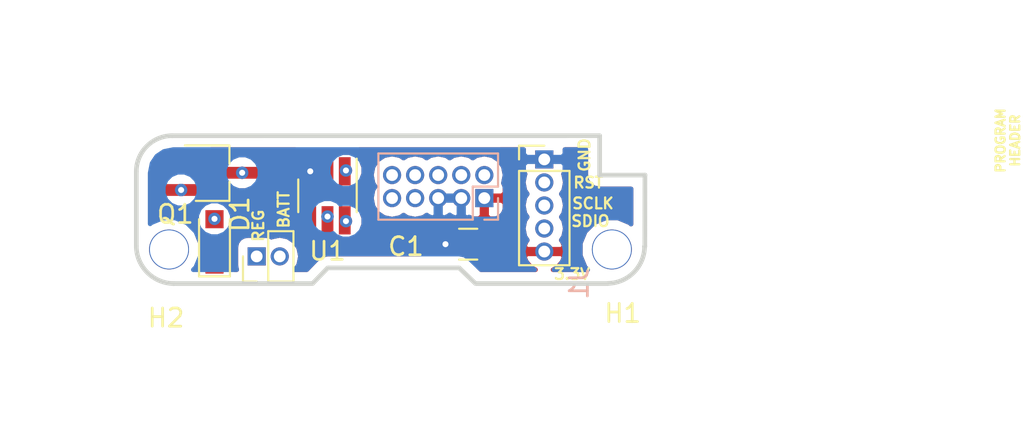
<source format=kicad_pcb>
(kicad_pcb (version 4) (host pcbnew 4.0.5)

  (general
    (links 17)
    (no_connects 0)
    (area 93.815 67.485123 150.214 103.888876)
    (thickness 1.6002)
    (drawings 22)
    (tracks 59)
    (zones 0)
    (modules 9)
    (nets 9)
  )

  (page A4)
  (title_block
    (title "PCBPool Template")
    (date "21 December 2014")
    (rev 0.1)
    (company s-light.eu)
  )

  (layers
    (0 F.Cu signal hide)
    (1 In1.Cu signal)
    (2 In2.Cu signal)
    (31 B.Cu signal)
    (32 B.Adhes user)
    (33 F.Adhes user)
    (34 B.Paste user)
    (35 F.Paste user)
    (36 B.SilkS user)
    (37 F.SilkS user)
    (38 B.Mask user)
    (39 F.Mask user)
    (40 Dwgs.User user)
    (41 Cmts.User user)
    (42 Eco1.User user)
    (43 Eco2.User user)
    (44 Edge.Cuts user)
    (45 Margin user)
    (46 B.CrtYd user)
    (47 F.CrtYd user)
    (48 B.Fab user)
    (49 F.Fab user)
  )

  (setup
    (last_trace_width 0.1524)
    (user_trace_width 0.15)
    (user_trace_width 0.2)
    (user_trace_width 0.254)
    (user_trace_width 0.3)
    (user_trace_width 0.5)
    (user_trace_width 0.75)
    (user_trace_width 1)
    (user_trace_width 2)
    (user_trace_width 0.1524)
    (user_trace_width 0.2)
    (user_trace_width 0.3)
    (user_trace_width 0.4)
    (trace_clearance 0.1524)
    (zone_clearance 0.508)
    (zone_45_only no)
    (trace_min 0.1524)
    (segment_width 0.2)
    (edge_width 0.254)
    (via_size 0.6858)
    (via_drill 0.3302)
    (via_min_size 0.6858)
    (via_min_drill 0.3302)
    (user_via 0.6 0.3)
    (user_via 0.7 0.4)
    (user_via 0.9 0.5)
    (user_via 1 0.6)
    (user_via 1.1 0.7)
    (user_via 1.2 0.8)
    (uvia_size 0.762)
    (uvia_drill 0.508)
    (uvias_allowed no)
    (uvia_min_size 0.508)
    (uvia_min_drill 0.127)
    (pcb_text_width 0.3)
    (pcb_text_size 1.5 1.5)
    (mod_edge_width 0.15)
    (mod_text_size 1 1)
    (mod_text_width 0.15)
    (pad_size 2.2 2.2)
    (pad_drill 2.1)
    (pad_to_mask_clearance 0)
    (solder_mask_min_width 0.1)
    (aux_axis_origin 0 0)
    (grid_origin 50 50)
    (visible_elements 7FFFFFBF)
    (pcbplotparams
      (layerselection 0x010f0_80000007)
      (usegerberextensions true)
      (excludeedgelayer true)
      (linewidth 0.100000)
      (plotframeref false)
      (viasonmask false)
      (mode 1)
      (useauxorigin false)
      (hpglpennumber 1)
      (hpglpenspeed 20)
      (hpglpendiameter 15)
      (hpglpenoverlay 2)
      (psnegative false)
      (psa4output false)
      (plotreference true)
      (plotvalue true)
      (plotinvisibletext false)
      (padsonsilk false)
      (subtractmaskfromsilk false)
      (outputformat 1)
      (mirror false)
      (drillshape 0)
      (scaleselection 1)
      (outputdirectory ""))
  )

  (net 0 "")
  (net 1 RESET)
  (net 2 "(GND)")
  (net 3 "Net-(Q1-Pad2)")
  (net 4 +3V3)
  (net 5 "+3.3V(REGUL)")
  (net 6 SWDIO)
  (net 7 SWDCLK)
  (net 8 "+3.3V(BATT)")

  (net_class Default "This is the default net class."
    (clearance 0.1524)
    (trace_width 0.1524)
    (via_dia 0.6858)
    (via_drill 0.3302)
    (uvia_dia 0.762)
    (uvia_drill 0.508)
    (add_net "(GND)")
    (add_net "+3.3V(BATT)")
    (add_net "+3.3V(REGUL)")
    (add_net +3V3)
    (add_net "Net-(Q1-Pad2)")
    (add_net RESET)
    (add_net SWDCLK)
    (add_net SWDIO)
  )

  (module Pin_Headers:Pin_Header_Straight_1x05_Pitch1.27mm (layer F.Cu) (tedit 59C82F40) (tstamp 59187350)
    (at 123.787 81.5214)
    (descr "Through hole straight pin header, 1x05, 1.27mm pitch, single row")
    (tags "Through hole pin header THT 1x05 1.27mm single row")
    (path /5918759D)
    (fp_text reference J2 (at -6.35 -11.8364) (layer F.SilkS)
      (effects (font (size 1 1) (thickness 0.15)))
    )
    (fp_text value CONN_01X05 (at -7.366 16.3576) (layer F.Fab)
      (effects (font (size 1 1) (thickness 0.15)))
    )
    (fp_line (start -1.27 -0.635) (end -1.27 5.715) (layer F.Fab) (width 0.1))
    (fp_line (start -1.27 5.715) (end 1.27 5.715) (layer F.Fab) (width 0.1))
    (fp_line (start 1.27 5.715) (end 1.27 -0.635) (layer F.Fab) (width 0.1))
    (fp_line (start 1.27 -0.635) (end -1.27 -0.635) (layer F.Fab) (width 0.1))
    (fp_line (start -1.39 0.635) (end -1.39 5.835) (layer F.SilkS) (width 0.12))
    (fp_line (start -1.39 5.835) (end 1.39 5.835) (layer F.SilkS) (width 0.12))
    (fp_line (start 1.39 5.835) (end 1.39 0.635) (layer F.SilkS) (width 0.12))
    (fp_line (start 1.39 0.635) (end -1.39 0.635) (layer F.SilkS) (width 0.12))
    (fp_line (start -1.39 0) (end -1.39 -0.755) (layer F.SilkS) (width 0.12))
    (fp_line (start -1.39 -0.755) (end 0 -0.755) (layer F.SilkS) (width 0.12))
    (fp_line (start -1.6 -0.9) (end -1.6 6) (layer F.CrtYd) (width 0.05))
    (fp_line (start -1.6 6) (end 1.6 6) (layer F.CrtYd) (width 0.05))
    (fp_line (start 1.6 6) (end 1.6 -0.9) (layer F.CrtYd) (width 0.05))
    (fp_line (start 1.6 -0.9) (end -1.6 -0.9) (layer F.CrtYd) (width 0.05))
    (pad 1 thru_hole rect (at 0 0) (size 1 1) (drill 0.65) (layers *.Cu *.Mask)
      (net 2 "(GND)"))
    (pad 2 thru_hole oval (at 0 1.27) (size 1 1) (drill 0.65) (layers *.Cu *.Mask)
      (net 1 RESET))
    (pad 3 thru_hole oval (at 0 2.54) (size 1 1) (drill 0.65) (layers *.Cu *.Mask)
      (net 7 SWDCLK))
    (pad 4 thru_hole oval (at 0 3.81) (size 1 1) (drill 0.65) (layers *.Cu *.Mask)
      (net 6 SWDIO))
    (pad 5 thru_hole oval (at 0 5.08) (size 1 1) (drill 0.65) (layers *.Cu *.Mask)
      (net 4 +3V3))
    (model Pin_Headers.3dshapes/Pin_Header_Straight_1x05_Pitch1.27mm.wrl
      (at (xyz 0 0 0))
      (scale (xyz 1 1 1))
      (rotate (xyz 0 0 0))
    )
  )

  (module Pin_Headers:Pin_Header_Straight_2x05_Pitch1.27mm (layer B.Cu) (tedit 59C6AE65) (tstamp 59187347)
    (at 120.485 83.655 90)
    (descr "Through hole straight pin header, 2x05, 1.27mm pitch, double rows")
    (tags "Through hole pin header THT 2x05 1.27mm double row")
    (path /59186D7D)
    (fp_text reference J1 (at -4.728533 5.2192 90) (layer B.SilkS)
      (effects (font (size 1 1) (thickness 0.15)) (justify mirror))
    )
    (fp_text value CONN_02X05 (at 2.891467 -9.7668 90) (layer B.Fab)
      (effects (font (size 1 1) (thickness 0.15)) (justify mirror))
    )
    (fp_line (start -1.07 0.635) (end -1.07 -5.715) (layer B.Fab) (width 0.1))
    (fp_line (start -1.07 -5.715) (end 2.34 -5.715) (layer B.Fab) (width 0.1))
    (fp_line (start 2.34 -5.715) (end 2.34 0.635) (layer B.Fab) (width 0.1))
    (fp_line (start 2.34 0.635) (end -1.07 0.635) (layer B.Fab) (width 0.1))
    (fp_line (start -1.19 -0.635) (end -1.19 -5.835) (layer B.SilkS) (width 0.12))
    (fp_line (start -1.19 -5.835) (end 2.46 -5.835) (layer B.SilkS) (width 0.12))
    (fp_line (start 2.46 -5.835) (end 2.46 0.755) (layer B.SilkS) (width 0.12))
    (fp_line (start 2.46 0.755) (end 0.635 0.755) (layer B.SilkS) (width 0.12))
    (fp_line (start 0.635 0.755) (end 0.635 -0.635) (layer B.SilkS) (width 0.12))
    (fp_line (start 0.635 -0.635) (end -1.19 -0.635) (layer B.SilkS) (width 0.12))
    (fp_line (start -1.19 0) (end -1.19 0.755) (layer B.SilkS) (width 0.12))
    (fp_line (start -1.19 0.755) (end 0 0.755) (layer B.SilkS) (width 0.12))
    (fp_line (start -1.4 0.9) (end -1.4 -6) (layer B.CrtYd) (width 0.05))
    (fp_line (start -1.4 -6) (end 2.6 -6) (layer B.CrtYd) (width 0.05))
    (fp_line (start 2.6 -6) (end 2.6 0.9) (layer B.CrtYd) (width 0.05))
    (fp_line (start 2.6 0.9) (end -1.4 0.9) (layer B.CrtYd) (width 0.05))
    (pad 1 thru_hole rect (at 0 0 90) (size 1 1) (drill 0.65) (layers *.Cu *.Mask)
      (net 4 +3V3))
    (pad 2 thru_hole oval (at 1.27 0 90) (size 1 1) (drill 0.65) (layers *.Cu *.Mask)
      (net 6 SWDIO))
    (pad 3 thru_hole oval (at 0 -1.27 90) (size 1 1) (drill 0.65) (layers *.Cu *.Mask)
      (net 2 "(GND)"))
    (pad 4 thru_hole oval (at 1.27 -1.27 90) (size 1 1) (drill 0.65) (layers *.Cu *.Mask)
      (net 7 SWDCLK))
    (pad 5 thru_hole oval (at 0 -2.54 90) (size 1 1) (drill 0.65) (layers *.Cu *.Mask)
      (net 2 "(GND)"))
    (pad 6 thru_hole oval (at 1.27 -2.54 90) (size 1 1) (drill 0.65) (layers *.Cu *.Mask))
    (pad 7 thru_hole oval (at 0 -3.81 90) (size 1 1) (drill 0.65) (layers *.Cu *.Mask))
    (pad 8 thru_hole oval (at 1.27 -3.81 90) (size 1 1) (drill 0.65) (layers *.Cu *.Mask))
    (pad 9 thru_hole oval (at 0 -5.08 90) (size 1 1) (drill 0.65) (layers *.Cu *.Mask))
    (pad 10 thru_hole oval (at 1.27 -5.08 90) (size 1 1) (drill 0.65) (layers *.Cu *.Mask)
      (net 1 RESET))
    (model Pin_Headers.3dshapes/Pin_Header_Straight_2x05_Pitch1.27mm.wrl
      (at (xyz 0 0 0))
      (scale (xyz 1 1 1))
      (rotate (xyz 0 0 0))
    )
  )

  (module Capacitors_SMD:C_0805_HandSoldering (layer F.Cu) (tedit 59C83B4D) (tstamp 59C6B933)
    (at 119.596 86.195)
    (descr "Capacitor SMD 0805, hand soldering")
    (tags "capacitor 0805")
    (path /59C6B7D8)
    (attr smd)
    (fp_text reference C1 (at -3.429 0.127) (layer F.SilkS)
      (effects (font (size 1 1) (thickness 0.15)))
    )
    (fp_text value 10uF (at 10.1346 9.8298) (layer F.Fab)
      (effects (font (size 1 1) (thickness 0.15)))
    )
    (fp_text user %R (at 3.429 12.319) (layer F.Fab)
      (effects (font (size 1 1) (thickness 0.15)))
    )
    (fp_line (start -1 0.62) (end -1 -0.62) (layer F.Fab) (width 0.1))
    (fp_line (start 1 0.62) (end -1 0.62) (layer F.Fab) (width 0.1))
    (fp_line (start 1 -0.62) (end 1 0.62) (layer F.Fab) (width 0.1))
    (fp_line (start -1 -0.62) (end 1 -0.62) (layer F.Fab) (width 0.1))
    (fp_line (start 0.5 -0.85) (end -0.5 -0.85) (layer F.SilkS) (width 0.12))
    (fp_line (start -0.5 0.85) (end 0.5 0.85) (layer F.SilkS) (width 0.12))
    (fp_line (start -2.25 -0.88) (end 2.25 -0.88) (layer F.CrtYd) (width 0.05))
    (fp_line (start -2.25 -0.88) (end -2.25 0.87) (layer F.CrtYd) (width 0.05))
    (fp_line (start 2.25 0.87) (end 2.25 -0.88) (layer F.CrtYd) (width 0.05))
    (fp_line (start 2.25 0.87) (end -2.25 0.87) (layer F.CrtYd) (width 0.05))
    (pad 1 smd rect (at -1.25 0) (size 1.5 1.25) (layers F.Cu F.Paste F.Mask)
      (net 2 "(GND)"))
    (pad 2 smd rect (at 1.25 0) (size 1.5 1.25) (layers F.Cu F.Paste F.Mask)
      (net 4 +3V3))
    (model Capacitors_SMD.3dshapes/C_0805.wrl
      (at (xyz 0 0 0))
      (scale (xyz 1 1 1))
      (rotate (xyz 0 0 0))
    )
  )

  (module Diodes_SMD:D_SOD-323_HandSoldering (layer F.Cu) (tedit 5A087F15) (tstamp 59C6B94A)
    (at 105.626 86.068 90)
    (descr SOD-323)
    (tags SOD-323)
    (path /59C6B7DA)
    (attr smd)
    (fp_text reference D1 (at 1.524 1.397 90) (layer F.SilkS)
      (effects (font (size 1 1) (thickness 0.15)))
    )
    (fp_text value ZLLS410 (at -14.478 12.2682 90) (layer F.Fab)
      (effects (font (size 1 1) (thickness 0.15)))
    )
    (fp_line (start -1.9 -0.85) (end -1.9 0.85) (layer F.SilkS) (width 0.12))
    (fp_line (start 0.2 0) (end 0.45 0) (layer F.Fab) (width 0.1))
    (fp_line (start 0.2 0.35) (end -0.3 0) (layer F.Fab) (width 0.1))
    (fp_line (start 0.2 -0.35) (end 0.2 0.35) (layer F.Fab) (width 0.1))
    (fp_line (start -0.3 0) (end 0.2 -0.35) (layer F.Fab) (width 0.1))
    (fp_line (start -0.3 0) (end -0.5 0) (layer F.Fab) (width 0.1))
    (fp_line (start -0.3 -0.35) (end -0.3 0.35) (layer F.Fab) (width 0.1))
    (fp_line (start -0.9 0.7) (end -0.9 -0.7) (layer F.Fab) (width 0.1))
    (fp_line (start 0.9 0.7) (end -0.9 0.7) (layer F.Fab) (width 0.1))
    (fp_line (start 0.9 -0.7) (end 0.9 0.7) (layer F.Fab) (width 0.1))
    (fp_line (start -0.9 -0.7) (end 0.9 -0.7) (layer F.Fab) (width 0.1))
    (fp_line (start -2 -0.95) (end 2 -0.95) (layer F.CrtYd) (width 0.05))
    (fp_line (start 2 -0.95) (end 2 0.95) (layer F.CrtYd) (width 0.05))
    (fp_line (start -2 0.95) (end 2 0.95) (layer F.CrtYd) (width 0.05))
    (fp_line (start -2 -0.95) (end -2 0.95) (layer F.CrtYd) (width 0.05))
    (fp_line (start -1.9 0.85) (end 1.25 0.85) (layer F.SilkS) (width 0.12))
    (fp_line (start -1.9 -0.85) (end 1.25 -0.85) (layer F.SilkS) (width 0.12))
    (pad 1 smd rect (at -1.25 0 90) (size 1 1) (layers F.Cu F.Paste F.Mask)
      (net 4 +3V3))
    (pad 2 smd rect (at 1.25 0 90) (size 1 1) (layers F.Cu F.Paste F.Mask)
      (net 5 "+3.3V(REGUL)"))
    (model Diodes_SMD.3dshapes/D_SOD-323.wrl
      (at (xyz 0 0 0))
      (scale (xyz 1 1 1))
      (rotate (xyz 0 0 180))
    )
  )

  (module TO_SOT_Packages_SMD:TSOT-23_HandSoldering (layer F.Cu) (tedit 5A087EFD) (tstamp 59C6B95E)
    (at 105.499 82.258)
    (descr "5-pin TSOT23 package, http://cds.linear.com/docs/en/packaging/SOT_5_05-08-1635.pdf")
    (tags "TSOT-23 Hand-soldering")
    (path /59C6B7D3)
    (attr smd)
    (fp_text reference Q1 (at -2.032 2.286) (layer F.SilkS)
      (effects (font (size 1 1) (thickness 0.15)))
    )
    (fp_text value DMP1045U (at 3.429 -12.573) (layer F.Fab)
      (effects (font (size 1 1) (thickness 0.15)))
    )
    (fp_line (start 0.95 0.5) (end 0.95 1.55) (layer F.SilkS) (width 0.12))
    (fp_line (start 0.95 1.55) (end -0.9 1.55) (layer F.SilkS) (width 0.12))
    (fp_line (start 0.95 -1.5) (end 0.95 -0.5) (layer F.SilkS) (width 0.12))
    (fp_line (start 0.93 -1.51) (end -1.5 -1.51) (layer F.SilkS) (width 0.12))
    (fp_line (start -0.88 -1) (end -0.43 -1.45) (layer F.Fab) (width 0.1))
    (fp_line (start 0.88 -1.45) (end -0.43 -1.45) (layer F.Fab) (width 0.1))
    (fp_line (start -0.88 -1) (end -0.88 1.45) (layer F.Fab) (width 0.1))
    (fp_line (start 0.88 1.45) (end -0.88 1.45) (layer F.Fab) (width 0.1))
    (fp_line (start 0.88 -1.45) (end 0.88 1.45) (layer F.Fab) (width 0.1))
    (fp_line (start -2.96 -1.7) (end 2.96 -1.7) (layer F.CrtYd) (width 0.05))
    (fp_line (start -2.96 -1.7) (end -2.96 1.7) (layer F.CrtYd) (width 0.05))
    (fp_line (start 2.96 1.7) (end 2.96 -1.7) (layer F.CrtYd) (width 0.05))
    (fp_line (start 2.96 1.7) (end -2.96 1.7) (layer F.CrtYd) (width 0.05))
    (pad 1 smd rect (at -1.71 -0.95) (size 2 0.65) (layers F.Cu F.Paste F.Mask)
      (net 4 +3V3))
    (pad 2 smd rect (at -1.71 0.95) (size 2 0.65) (layers F.Cu F.Paste F.Mask)
      (net 3 "Net-(Q1-Pad2)"))
    (pad 3 smd rect (at 1.71 0) (size 2 0.65) (layers F.Cu F.Paste F.Mask)
      (net 8 "+3.3V(BATT)"))
  )

  (module TO_SOT_Packages_SMD:SOT-23-6_Handsoldering (layer F.Cu) (tedit 5A087EC6) (tstamp 59C6B973)
    (at 111.849 83.528 270)
    (descr "6-pin SOT-23 package, Handsoldering")
    (tags "SOT-23-6 Handsoldering")
    (path /59C6B7D5)
    (attr smd)
    (fp_text reference U1 (at 3.048 0 360) (layer F.SilkS)
      (effects (font (size 1 1) (thickness 0.15)))
    )
    (fp_text value LTC4412 (at -12.7 -20.193 270) (layer F.Fab)
      (effects (font (size 1 1) (thickness 0.15)))
    )
    (fp_line (start -0.9 1.61) (end 0.9 1.61) (layer F.SilkS) (width 0.12))
    (fp_line (start 0.9 -1.61) (end -2.05 -1.61) (layer F.SilkS) (width 0.12))
    (fp_line (start -2.4 1.8) (end -2.4 -1.8) (layer F.CrtYd) (width 0.05))
    (fp_line (start 2.4 1.8) (end -2.4 1.8) (layer F.CrtYd) (width 0.05))
    (fp_line (start 2.4 -1.8) (end 2.4 1.8) (layer F.CrtYd) (width 0.05))
    (fp_line (start -2.4 -1.8) (end 2.4 -1.8) (layer F.CrtYd) (width 0.05))
    (fp_line (start -0.9 -0.9) (end -0.25 -1.55) (layer F.Fab) (width 0.1))
    (fp_line (start 0.9 -1.55) (end -0.25 -1.55) (layer F.Fab) (width 0.1))
    (fp_line (start -0.9 -0.9) (end -0.9 1.55) (layer F.Fab) (width 0.1))
    (fp_line (start 0.9 1.55) (end -0.9 1.55) (layer F.Fab) (width 0.1))
    (fp_line (start 0.9 -1.55) (end 0.9 1.55) (layer F.Fab) (width 0.1))
    (pad 1 smd rect (at -1.35 -0.95 270) (size 1.56 0.65) (layers F.Cu F.Paste F.Mask)
      (net 8 "+3.3V(BATT)"))
    (pad 2 smd rect (at -1.35 0 270) (size 1.56 0.65) (layers F.Cu F.Paste F.Mask)
      (net 2 "(GND)"))
    (pad 3 smd rect (at -1.35 0.95 270) (size 1.56 0.65) (layers F.Cu F.Paste F.Mask)
      (net 2 "(GND)"))
    (pad 4 smd rect (at 1.35 0.95 270) (size 1.56 0.65) (layers F.Cu F.Paste F.Mask))
    (pad 6 smd rect (at 1.35 -0.95 270) (size 1.56 0.65) (layers F.Cu F.Paste F.Mask)
      (net 5 "+3.3V(REGUL)"))
    (pad 5 smd rect (at 1.35 0 270) (size 1.56 0.65) (layers F.Cu F.Paste F.Mask)
      (net 3 "Net-(Q1-Pad2)"))
    (model TO_SOT_Packages_SMD.3dshapes/SOT-23-6.wrl
      (at (xyz 0 0 0))
      (scale (xyz 1 1 1))
      (rotate (xyz 0 0 0))
    )
  )

  (module my-fp-library:MH2.1mm (layer F.Cu) (tedit 5A087FB5) (tstamp 59C83E2E)
    (at 127.597 86.449)
    (path /59C82B2C)
    (fp_text reference H1 (at 0.508 3.556) (layer F.SilkS)
      (effects (font (size 1 1) (thickness 0.15)))
    )
    (fp_text value MH2mm (at 11.811 -16.256) (layer F.Fab)
      (effects (font (size 1 1) (thickness 0.15)))
    )
    (pad 1 thru_hole circle (at -0.089 0.038) (size 2.2 2.2) (drill 2.1) (layers *.Cu *.Mask))
  )

  (module my-fp-library:MH2.1mm (layer F.Cu) (tedit 5A087F02) (tstamp 59C83E32)
    (at 102.959 86.322)
    (path /59C82B4C)
    (fp_text reference H2 (at 0 3.937) (layer F.SilkS)
      (effects (font (size 1 1) (thickness 0.15)))
    )
    (fp_text value MH2mm (at -5.588 -16.002) (layer F.Fab)
      (effects (font (size 1 1) (thickness 0.15)))
    )
    (pad 1 thru_hole circle (at 0.165 0.165) (size 2.2 2.2) (drill 2.1) (layers *.Cu *.Mask))
  )

  (module Pin_Headers:Pin_Header_Straight_1x02_Pitch1.27mm (layer F.Cu) (tedit 5A087C43) (tstamp 5A087B9F)
    (at 107.95 86.868 90)
    (descr "Through hole straight pin header, 1x02, 1.27mm pitch, single row")
    (tags "Through hole pin header THT 1x02 1.27mm single row")
    (path /5A087BD5)
    (fp_text reference J3 (at -10.503 -8.293 180) (layer F.SilkS)
      (effects (font (size 1 1) (thickness 0.15)))
    )
    (fp_text value CONN_01X02 (at -11.138 -1.689 180) (layer F.Fab)
      (effects (font (size 1 1) (thickness 0.15)))
    )
    (fp_line (start -1.27 -0.635) (end -1.27 1.905) (layer F.Fab) (width 0.1))
    (fp_line (start -1.27 1.905) (end 1.27 1.905) (layer F.Fab) (width 0.1))
    (fp_line (start 1.27 1.905) (end 1.27 -0.635) (layer F.Fab) (width 0.1))
    (fp_line (start 1.27 -0.635) (end -1.27 -0.635) (layer F.Fab) (width 0.1))
    (fp_line (start -1.39 0.635) (end -1.39 2.025) (layer F.SilkS) (width 0.12))
    (fp_line (start -1.39 2.025) (end 1.39 2.025) (layer F.SilkS) (width 0.12))
    (fp_line (start 1.39 2.025) (end 1.39 0.635) (layer F.SilkS) (width 0.12))
    (fp_line (start 1.39 0.635) (end -1.39 0.635) (layer F.SilkS) (width 0.12))
    (fp_line (start -1.39 0) (end -1.39 -0.755) (layer F.SilkS) (width 0.12))
    (fp_line (start -1.39 -0.755) (end 0 -0.755) (layer F.SilkS) (width 0.12))
    (fp_line (start -1.6 -0.9) (end -1.6 2.2) (layer F.CrtYd) (width 0.05))
    (fp_line (start -1.6 2.2) (end 1.6 2.2) (layer F.CrtYd) (width 0.05))
    (fp_line (start 1.6 2.2) (end 1.6 -0.9) (layer F.CrtYd) (width 0.05))
    (fp_line (start 1.6 -0.9) (end -1.6 -0.9) (layer F.CrtYd) (width 0.05))
    (pad 1 thru_hole rect (at 0 0 90) (size 1 1) (drill 0.65) (layers *.Cu *.Mask)
      (net 5 "+3.3V(REGUL)"))
    (pad 2 thru_hole oval (at 0 1.27 90) (size 1 1) (drill 0.65) (layers *.Cu *.Mask)
      (net 8 "+3.3V(BATT)"))
    (model Pin_Headers.3dshapes/Pin_Header_Straight_1x02_Pitch1.27mm.wrl
      (at (xyz 0 0 0))
      (scale (xyz 1 1 1))
      (rotate (xyz 0 0 0))
    )
  )

  (gr_text REG (at 108.039 85.179 90) (layer F.SilkS)
    (effects (font (size 0.6 0.6) (thickness 0.125)))
  )
  (gr_text BATT (at 109.436 84.29 90) (layer F.SilkS)
    (effects (font (size 0.6 0.6) (thickness 0.125)))
  )
  (gr_line (start 126.835 82.385) (end 126.835 80.226) (angle 90) (layer Edge.Cuts) (width 0.254))
  (gr_line (start 129.33436 82.385) (end 126.835 82.385) (angle 90) (layer Edge.Cuts) (width 0.254))
  (gr_line (start 129.3242 86.322) (end 129.2988 86.322) (angle 90) (layer Edge.Cuts) (width 0.254))
  (gr_line (start 129.32928 82.37992) (end 129.3242 86.322) (angle 90) (layer Edge.Cuts) (width 0.254))
  (gr_line (start 101.3206 82.1564) (end 101.3206 86.322) (angle 90) (layer Edge.Cuts) (width 0.254))
  (gr_text "PROGRAM\nHEADER" (at 149.314 80.48 90) (layer F.SilkS)
    (effects (font (size 0.5 0.5) (thickness 0.125)))
  )
  (gr_arc (start 103.4034 86.2838) (end 103.378 88.3666) (angle 89.30130562) (layer Edge.Cuts) (width 0.254))
  (gr_arc (start 127.25654 86.30158) (end 129.3114 86.31936) (angle 88.09506312) (layer Edge.Cuts) (width 0.254))
  (gr_arc (start 103.3018 82.1944) (end 101.3206 82.1944) (angle 90) (layer Edge.Cuts) (width 0.254))
  (gr_line (start 120.015 88.3666) (end 127.30734 88.3666) (angle 90) (layer Edge.Cuts) (width 0.254))
  (gr_line (start 119.1006 87.503) (end 119.9896 88.356) (angle 90) (layer Edge.Cuts) (width 0.254))
  (gr_line (start 111.887 87.503) (end 119.1006 87.503) (angle 90) (layer Edge.Cuts) (width 0.254))
  (gr_line (start 111.0361 88.356) (end 111.8616 87.503) (angle 90) (layer Edge.Cuts) (width 0.254))
  (gr_line (start 103.378 88.3666) (end 111.0234 88.3666) (angle 90) (layer Edge.Cuts) (width 0.254))
  (gr_text 3.3V (at 125.311 87.846) (layer F.SilkS)
    (effects (font (size 0.6 0.6) (thickness 0.125)))
  )
  (gr_text SDIO (at 126.327 84.925) (layer F.SilkS)
    (effects (font (size 0.6 0.6) (thickness 0.125)))
  )
  (gr_text SCLK (at 126.4666 83.947) (layer F.SilkS)
    (effects (font (size 0.6 0.6) (thickness 0.125)))
  )
  (gr_text RST (at 126.2126 82.804) (layer F.SilkS)
    (effects (font (size 0.6 0.6) (thickness 0.125)))
  )
  (gr_text GND (at 126.00188 81.27756 90) (layer F.SilkS)
    (effects (font (size 0.6 0.6) (thickness 0.125)))
  )
  (gr_line (start 103.2892 80.21584) (end 126.835 80.2132) (angle 90) (layer Edge.Cuts) (width 0.254))

  (segment (start 123.787 82.7914) (end 123.5584 82.7914) (width 0.3) (layer In2.Cu) (net 1))
  (segment (start 123.5584 82.7914) (end 121.628 80.861) (width 0.3) (layer In2.Cu) (net 1) (tstamp 59C82E33))
  (segment (start 121.628 80.861) (end 116.294 80.861) (width 0.3) (layer In2.Cu) (net 1) (tstamp 59C82E3C))
  (segment (start 116.294 80.861) (end 115.405 81.496) (width 0.3) (layer In2.Cu) (net 1) (tstamp 59C82E41))
  (segment (start 115.405 81.496) (end 115.405 82.512) (width 0.3) (layer In2.Cu) (net 1) (tstamp 59C82E46))
  (segment (start 110.899 82.178) (end 111.849 82.178) (width 0.3) (layer F.Cu) (net 2))
  (via (at 110.899 82.178) (size 0.6858) (drill 0.3302) (layers F.Cu B.Cu) (net 2))
  (segment (start 110.96 82.131) (end 110.946 82.131) (width 0.3) (layer B.Cu) (net 2) (tstamp 59C82BAC))
  (segment (start 110.946 82.131) (end 110.899 82.178) (width 0.3) (layer B.Cu) (net 2) (tstamp 59C82BAB))
  (via (at 118.346 86.195) (size 0.6858) (drill 0.3302) (layers F.Cu B.Cu) (net 2))
  (segment (start 118.346 86.195) (end 118.326 86.195) (width 0.1524) (layer B.Cu) (net 2) (tstamp 59C82B68))
  (via (at 103.789 83.208) (size 0.6858) (drill 0.3302) (layers F.Cu B.Cu) (net 3))
  (segment (start 111.849 84.878) (end 111.849 84.671) (width 0.3) (layer F.Cu) (net 3) (tstamp 5A087E0F))
  (via (at 111.849 84.671) (size 0.6858) (drill 0.3302) (layers F.Cu B.Cu) (net 3))
  (segment (start 110.071 84.671) (end 111.849 84.671) (width 0.3) (layer In2.Cu) (net 3) (tstamp 5A087E00))
  (segment (start 108.547 83.147) (end 110.071 84.671) (width 0.3) (layer In2.Cu) (net 3) (tstamp 5A087DF6))
  (segment (start 103.728 83.147) (end 108.547 83.147) (width 0.3) (layer In2.Cu) (net 3) (tstamp 5A087DF5))
  (segment (start 103.728 83.147) (end 103.789 83.208) (width 0.3) (layer In2.Cu) (net 3) (tstamp 5A087DF4))
  (segment (start 107.95 86.868) (end 107.95 85.979) (width 0.3) (layer In2.Cu) (net 5))
  (segment (start 105.626 84.798) (end 105.626 84.818) (width 0.3) (layer F.Cu) (net 5) (tstamp 5A087DCD))
  (via (at 105.626 84.798) (size 0.6858) (drill 0.3302) (layers F.Cu B.Cu) (net 5))
  (segment (start 106.769 84.798) (end 105.626 84.798) (width 0.3) (layer In2.Cu) (net 5) (tstamp 5A087DC6))
  (segment (start 107.95 85.979) (end 106.769 84.798) (width 0.3) (layer In2.Cu) (net 5) (tstamp 5A087DC0))
  (segment (start 107.95 86.868) (end 107.95 86.665) (width 0.3) (layer In2.Cu) (net 5))
  (segment (start 107.95 86.665) (end 109.055 85.56) (width 0.3) (layer In2.Cu) (net 5) (tstamp 5A087D7C))
  (segment (start 109.055 85.56) (end 112.23 85.56) (width 0.3) (layer In2.Cu) (net 5) (tstamp 5A087D80))
  (segment (start 112.23 85.56) (end 112.865 84.925) (width 0.3) (layer In2.Cu) (net 5) (tstamp 5A087D8F))
  (via (at 112.865 84.925) (size 0.6858) (drill 0.3302) (layers F.Cu B.Cu) (net 5))
  (segment (start 112.865 84.925) (end 112.818 84.878) (width 0.3) (layer F.Cu) (net 5) (tstamp 5A087D9C))
  (segment (start 112.818 84.878) (end 112.799 84.878) (width 0.3) (layer F.Cu) (net 5) (tstamp 5A087D9D))
  (segment (start 112.818 84.878) (end 112.799 84.878) (width 0.3) (layer F.Cu) (net 5) (tstamp 59C82DDB))
  (segment (start 120.485 82.385) (end 121.374 82.385) (width 0.3) (layer In2.Cu) (net 6))
  (segment (start 122.5424 85.3314) (end 123.787 85.3314) (width 0.3) (layer In2.Cu) (net 6) (tstamp 5A087E8C))
  (segment (start 121.882 84.671) (end 122.5424 85.3314) (width 0.3) (layer In2.Cu) (net 6) (tstamp 5A087E89))
  (segment (start 121.882 82.893) (end 121.882 84.671) (width 0.3) (layer In2.Cu) (net 6) (tstamp 5A087E81))
  (segment (start 121.374 82.385) (end 121.882 82.893) (width 0.3) (layer In2.Cu) (net 6) (tstamp 5A087E7D))
  (segment (start 119.215 82.385) (end 119.215 81.877) (width 0.3) (layer In2.Cu) (net 7))
  (segment (start 122.9234 84.0614) (end 123.787 84.0614) (width 0.3) (layer In2.Cu) (net 7) (tstamp 59C82F14))
  (segment (start 122.517 83.655) (end 122.9234 84.0614) (width 0.3) (layer In2.Cu) (net 7) (tstamp 59C82F12))
  (segment (start 122.517 82.639) (end 122.517 83.655) (width 0.3) (layer In2.Cu) (net 7) (tstamp 59C82F10))
  (segment (start 121.374 81.496) (end 122.517 82.639) (width 0.3) (layer In2.Cu) (net 7) (tstamp 59C82F09))
  (segment (start 119.977 81.496) (end 121.374 81.496) (width 0.3) (layer In2.Cu) (net 7) (tstamp 59C82F05))
  (segment (start 119.215 81.877) (end 119.977 81.496) (width 0.3) (layer In2.Cu) (net 7) (tstamp 59C82EFB))
  (segment (start 123.787 84.0614) (end 123.6854 84.0614) (width 0.3) (layer B.Cu) (net 7))
  (segment (start 112.865 82.131) (end 112.865 81.369) (width 0.3) (layer In2.Cu) (net 8))
  (segment (start 107.15 82.258) (end 107.209 82.258) (width 0.3) (layer F.Cu) (net 8) (tstamp 5A087D5E))
  (via (at 107.15 82.258) (size 0.6858) (drill 0.3302) (layers F.Cu B.Cu) (net 8))
  (segment (start 107.15 81.75) (end 107.15 82.258) (width 0.3) (layer In2.Cu) (net 8) (tstamp 5A087D56))
  (segment (start 107.912 80.988) (end 107.15 81.75) (width 0.3) (layer In2.Cu) (net 8) (tstamp 5A087D52))
  (segment (start 112.484 80.988) (end 107.912 80.988) (width 0.3) (layer In2.Cu) (net 8) (tstamp 5A087D4C))
  (segment (start 112.865 81.369) (end 112.484 80.988) (width 0.3) (layer In2.Cu) (net 8) (tstamp 5A087D48))
  (segment (start 109.22 86.868) (end 113.462 86.868) (width 0.3) (layer In2.Cu) (net 8))
  (segment (start 112.865 82.131) (end 112.818 82.178) (width 0.3) (layer F.Cu) (net 8) (tstamp 5A087D1F))
  (via (at 112.865 82.131) (size 0.6858) (drill 0.3302) (layers F.Cu B.Cu) (net 8))
  (segment (start 113.627 82.131) (end 112.865 82.131) (width 0.3) (layer In2.Cu) (net 8) (tstamp 5A087D0C))
  (segment (start 114.262 82.766) (end 113.627 82.131) (width 0.3) (layer In2.Cu) (net 8) (tstamp 5A087D08))
  (segment (start 114.262 86.068) (end 114.262 82.766) (width 0.3) (layer In2.Cu) (net 8) (tstamp 5A087D04))
  (segment (start 113.462 86.868) (end 114.262 86.068) (width 0.3) (layer In2.Cu) (net 8) (tstamp 5A087CFE))
  (segment (start 112.818 82.178) (end 112.799 82.178) (width 0.3) (layer F.Cu) (net 8) (tstamp 5A087D20))

  (zone (net 2) (net_name "(GND)") (layer B.Cu) (tstamp 59C81F89) (hatch edge 0.508)
    (connect_pads (clearance 0.508))
    (min_thickness 0.254)
    (fill yes (arc_segments 16) (thermal_gap 0.508) (thermal_bridge_width 0.508))
    (polygon
      (pts
        (xy 136.741 72.86) (xy 136.741 73.241) (xy 137.376 73.241) (xy 137.376 95.593) (xy 136.741 95.593)
        (xy 136.741 96.228) (xy 93.815 96.228) (xy 93.815 72.733)
      )
    )
    (filled_polygon
      (pts
        (xy 126.073 82.385) (xy 126.131004 82.676605) (xy 126.296185 82.923815) (xy 126.543395 83.088996) (xy 126.835 83.147)
        (xy 128.566291 83.147) (xy 128.563789 85.088828) (xy 128.492082 85.016996) (xy 127.854627 84.752301) (xy 127.164401 84.751699)
        (xy 126.526485 85.015281) (xy 126.037996 85.502918) (xy 125.773301 86.140373) (xy 125.772699 86.830599) (xy 126.036281 87.468515)
        (xy 126.172129 87.6046) (xy 124.311532 87.6046) (xy 124.611802 87.403966) (xy 124.857839 87.035746) (xy 124.944236 86.6014)
        (xy 124.857839 86.167054) (xy 124.723766 85.9664) (xy 124.857839 85.765746) (xy 124.944236 85.3314) (xy 124.857839 84.897054)
        (xy 124.723766 84.6964) (xy 124.857839 84.495746) (xy 124.944236 84.0614) (xy 124.857839 83.627054) (xy 124.723766 83.4264)
        (xy 124.857839 83.225746) (xy 124.944236 82.7914) (xy 124.857839 82.357054) (xy 124.843917 82.336218) (xy 124.922 82.14771)
        (xy 124.922 81.80715) (xy 124.76325 81.6484) (xy 123.914 81.6484) (xy 123.914 81.6684) (xy 123.869564 81.6684)
        (xy 123.809236 81.6564) (xy 123.764764 81.6564) (xy 123.704436 81.6684) (xy 123.66 81.6684) (xy 123.66 81.6484)
        (xy 122.81075 81.6484) (xy 122.652 81.80715) (xy 122.652 82.14771) (xy 122.730083 82.336218) (xy 122.716161 82.357054)
        (xy 122.629764 82.7914) (xy 122.716161 83.225746) (xy 122.850234 83.4264) (xy 122.716161 83.627054) (xy 122.629764 84.0614)
        (xy 122.716161 84.495746) (xy 122.850234 84.6964) (xy 122.716161 84.897054) (xy 122.629764 85.3314) (xy 122.716161 85.765746)
        (xy 122.850234 85.9664) (xy 122.716161 86.167054) (xy 122.629764 86.6014) (xy 122.716161 87.035746) (xy 122.962198 87.403966)
        (xy 123.262468 87.6046) (xy 120.307094 87.6046) (xy 119.628168 86.953167) (xy 119.509374 86.877294) (xy 119.392205 86.799004)
        (xy 119.384349 86.797441) (xy 119.377597 86.793129) (xy 119.23883 86.768496) (xy 119.1006 86.741) (xy 111.887 86.741)
        (xy 111.868633 86.744654) (xy 111.849117 86.741103) (xy 111.558502 86.803875) (xy 111.31403 86.973084) (xy 110.702874 87.6046)
        (xy 110.081501 87.6046) (xy 110.268603 87.324582) (xy 110.355 86.890236) (xy 110.355 86.845764) (xy 110.268603 86.411418)
        (xy 110.022566 86.043198) (xy 109.654346 85.797161) (xy 109.22 85.710764) (xy 108.785654 85.797161) (xy 108.762241 85.812805)
        (xy 108.70189 85.771569) (xy 108.45 85.72056) (xy 107.45 85.72056) (xy 107.214683 85.764838) (xy 106.998559 85.90391)
        (xy 106.853569 86.11611) (xy 106.80256 86.368) (xy 106.80256 87.368) (xy 106.846838 87.603317) (xy 106.847664 87.6046)
        (xy 104.460253 87.6046) (xy 104.594004 87.471082) (xy 104.858699 86.833627) (xy 104.859301 86.143401) (xy 104.595719 85.505485)
        (xy 104.108082 85.016996) (xy 104.047074 84.991663) (xy 104.647931 84.991663) (xy 104.796493 85.351212) (xy 105.071341 85.62654)
        (xy 105.43063 85.77573) (xy 105.819663 85.776069) (xy 106.179212 85.627507) (xy 106.45454 85.352659) (xy 106.60373 84.99337)
        (xy 106.603842 84.864663) (xy 110.870931 84.864663) (xy 111.019493 85.224212) (xy 111.294341 85.49954) (xy 111.65363 85.64873)
        (xy 112.042663 85.649069) (xy 112.158339 85.601273) (xy 112.310341 85.75354) (xy 112.66963 85.90273) (xy 113.058663 85.903069)
        (xy 113.418212 85.754507) (xy 113.69354 85.479659) (xy 113.84273 85.12037) (xy 113.843069 84.731337) (xy 113.694507 84.371788)
        (xy 113.419659 84.09646) (xy 113.06037 83.94727) (xy 112.671337 83.946931) (xy 112.555661 83.994727) (xy 112.403659 83.84246)
        (xy 112.04437 83.69327) (xy 111.655337 83.692931) (xy 111.295788 83.841493) (xy 111.02046 84.116341) (xy 110.87127 84.47563)
        (xy 110.870931 84.864663) (xy 106.603842 84.864663) (xy 106.604069 84.604337) (xy 106.455507 84.244788) (xy 106.180659 83.96946)
        (xy 105.82137 83.82027) (xy 105.432337 83.819931) (xy 105.072788 83.968493) (xy 104.79746 84.243341) (xy 104.64827 84.60263)
        (xy 104.647931 84.991663) (xy 104.047074 84.991663) (xy 103.470627 84.752301) (xy 102.780401 84.751699) (xy 102.142485 85.015281)
        (xy 102.0826 85.075062) (xy 102.0826 83.401663) (xy 102.810931 83.401663) (xy 102.959493 83.761212) (xy 103.234341 84.03654)
        (xy 103.59363 84.18573) (xy 103.982663 84.186069) (xy 104.342212 84.037507) (xy 104.61754 83.762659) (xy 104.76673 83.40337)
        (xy 104.767069 83.014337) (xy 104.618507 82.654788) (xy 104.415737 82.451663) (xy 106.171931 82.451663) (xy 106.320493 82.811212)
        (xy 106.595341 83.08654) (xy 106.95463 83.23573) (xy 107.343663 83.236069) (xy 107.703212 83.087507) (xy 107.97854 82.812659)
        (xy 108.12773 82.45337) (xy 108.127842 82.324663) (xy 111.886931 82.324663) (xy 112.035493 82.684212) (xy 112.310341 82.95954)
        (xy 112.66963 83.10873) (xy 113.058663 83.109069) (xy 113.418212 82.960507) (xy 113.69354 82.685659) (xy 113.827617 82.362764)
        (xy 114.27 82.362764) (xy 114.27 82.407236) (xy 114.356397 82.841582) (xy 114.475612 83.02) (xy 114.356397 83.198418)
        (xy 114.27 83.632764) (xy 114.27 83.677236) (xy 114.356397 84.111582) (xy 114.602434 84.479802) (xy 114.970654 84.725839)
        (xy 115.405 84.812236) (xy 115.839346 84.725839) (xy 116.04 84.591766) (xy 116.240654 84.725839) (xy 116.675 84.812236)
        (xy 117.109346 84.725839) (xy 117.319304 84.585549) (xy 117.384791 84.642127) (xy 117.643126 84.749119) (xy 117.818 84.622954)
        (xy 117.818 83.782) (xy 118.072 83.782) (xy 118.072 84.622954) (xy 118.246874 84.749119) (xy 118.505209 84.642127)
        (xy 118.58 84.577511) (xy 118.654791 84.642127) (xy 118.913126 84.749119) (xy 119.088 84.622954) (xy 119.088 83.782)
        (xy 118.072 83.782) (xy 117.818 83.782) (xy 117.798 83.782) (xy 117.798 83.737564) (xy 117.81 83.677236)
        (xy 117.81 83.632764) (xy 117.798 83.572436) (xy 117.798 83.528) (xy 117.818 83.528) (xy 117.818 83.516974)
        (xy 117.945 83.542236) (xy 118.072 83.516974) (xy 118.072 83.528) (xy 119.088 83.528) (xy 119.088 83.516974)
        (xy 119.215 83.542236) (xy 119.33756 83.517857) (xy 119.33756 84.155) (xy 119.342 84.178597) (xy 119.342 84.622954)
        (xy 119.516874 84.749119) (xy 119.649398 84.694233) (xy 119.73311 84.751431) (xy 119.985 84.80244) (xy 120.985 84.80244)
        (xy 121.220317 84.758162) (xy 121.436441 84.61909) (xy 121.581431 84.40689) (xy 121.63244 84.155) (xy 121.63244 83.155)
        (xy 121.588162 82.919683) (xy 121.534619 82.836475) (xy 121.62 82.407236) (xy 121.62 82.362764) (xy 121.533603 81.928418)
        (xy 121.287566 81.560198) (xy 120.919346 81.314161) (xy 120.485 81.227764) (xy 120.050654 81.314161) (xy 119.85 81.448234)
        (xy 119.649346 81.314161) (xy 119.215 81.227764) (xy 118.780654 81.314161) (xy 118.58 81.448234) (xy 118.379346 81.314161)
        (xy 117.945 81.227764) (xy 117.510654 81.314161) (xy 117.31 81.448234) (xy 117.109346 81.314161) (xy 116.675 81.227764)
        (xy 116.240654 81.314161) (xy 116.04 81.448234) (xy 115.839346 81.314161) (xy 115.405 81.227764) (xy 114.970654 81.314161)
        (xy 114.602434 81.560198) (xy 114.356397 81.928418) (xy 114.27 82.362764) (xy 113.827617 82.362764) (xy 113.84273 82.32637)
        (xy 113.843069 81.937337) (xy 113.694507 81.577788) (xy 113.419659 81.30246) (xy 113.06037 81.15327) (xy 112.671337 81.152931)
        (xy 112.311788 81.301493) (xy 112.03646 81.576341) (xy 111.88727 81.93563) (xy 111.886931 82.324663) (xy 108.127842 82.324663)
        (xy 108.128069 82.064337) (xy 107.979507 81.704788) (xy 107.704659 81.42946) (xy 107.34537 81.28027) (xy 106.956337 81.279931)
        (xy 106.596788 81.428493) (xy 106.32146 81.703341) (xy 106.17227 82.06263) (xy 106.171931 82.451663) (xy 104.415737 82.451663)
        (xy 104.343659 82.37946) (xy 103.98437 82.23027) (xy 103.595337 82.229931) (xy 103.235788 82.378493) (xy 102.96046 82.653341)
        (xy 102.81127 83.01263) (xy 102.810931 83.401663) (xy 102.0826 83.401663) (xy 102.0826 82.269449) (xy 102.189198 81.733546)
        (xy 102.450251 81.342851) (xy 102.840946 81.081798) (xy 103.363619 80.977832) (xy 122.652 80.975669) (xy 122.652 81.23565)
        (xy 122.81075 81.3944) (xy 123.66 81.3944) (xy 123.66 81.3744) (xy 123.914 81.3744) (xy 123.914 81.3944)
        (xy 124.76325 81.3944) (xy 124.922 81.23565) (xy 124.922 80.975414) (xy 126.073 80.975285)
      )
    )
  )
  (zone (net 4) (net_name +3V3) (layer F.Cu) (tstamp 59C8217C) (hatch edge 0.508)
    (connect_pads (clearance 0.508))
    (min_thickness 0.254)
    (fill yes (arc_segments 16) (thermal_gap 0.508) (thermal_bridge_width 0.508))
    (polygon
      (pts
        (xy 98.006 77.305) (xy 132.931 77.305) (xy 132.931 92.037) (xy 98.006 92.037)
      )
    )
    (filled_polygon
      (pts
        (xy 126.073 82.385) (xy 126.131004 82.676605) (xy 126.296185 82.923815) (xy 126.543395 83.088996) (xy 126.835 83.147)
        (xy 128.566291 83.147) (xy 128.563789 85.088828) (xy 128.492082 85.016996) (xy 127.854627 84.752301) (xy 127.164401 84.751699)
        (xy 126.526485 85.015281) (xy 126.037996 85.502918) (xy 125.773301 86.140373) (xy 125.772699 86.830599) (xy 126.036281 87.468515)
        (xy 126.172129 87.6046) (xy 124.269876 87.6046) (xy 124.484604 87.496723) (xy 124.774127 87.161609) (xy 124.881119 86.903274)
        (xy 124.754954 86.7284) (xy 123.914 86.7284) (xy 123.914 86.7484) (xy 123.66 86.7484) (xy 123.66 86.7284)
        (xy 122.819046 86.7284) (xy 122.692881 86.903274) (xy 122.799873 87.161609) (xy 123.089396 87.496723) (xy 123.304124 87.6046)
        (xy 120.307094 87.6046) (xy 120.15118 87.455) (xy 120.56025 87.455) (xy 120.719 87.29625) (xy 120.719 86.322)
        (xy 120.973 86.322) (xy 120.973 87.29625) (xy 121.13175 87.455) (xy 121.722309 87.455) (xy 121.955698 87.358327)
        (xy 122.134327 87.179699) (xy 122.231 86.94631) (xy 122.231 86.48075) (xy 122.07225 86.322) (xy 120.973 86.322)
        (xy 120.719 86.322) (xy 120.699 86.322) (xy 120.699 86.068) (xy 120.719 86.068) (xy 120.719 85.09375)
        (xy 120.973 85.09375) (xy 120.973 86.068) (xy 122.07225 86.068) (xy 122.231 85.90925) (xy 122.231 85.44369)
        (xy 122.134327 85.210301) (xy 121.955698 85.031673) (xy 121.722309 84.935) (xy 121.13175 84.935) (xy 120.973 85.09375)
        (xy 120.719 85.09375) (xy 120.56025 84.935) (xy 119.969691 84.935) (xy 119.736302 85.031673) (xy 119.595064 85.17291)
        (xy 119.56009 85.118559) (xy 119.34789 84.973569) (xy 119.096 84.92256) (xy 117.596 84.92256) (xy 117.360683 84.966838)
        (xy 117.144559 85.10591) (xy 116.999569 85.31811) (xy 116.94856 85.57) (xy 116.94856 86.741) (xy 111.887 86.741)
        (xy 111.868633 86.744654) (xy 111.849117 86.741103) (xy 111.558502 86.803875) (xy 111.31403 86.973084) (xy 110.702874 87.6046)
        (xy 110.081501 87.6046) (xy 110.268603 87.324582) (xy 110.355 86.890236) (xy 110.355 86.845764) (xy 110.268603 86.411418)
        (xy 110.022566 86.043198) (xy 109.654346 85.797161) (xy 109.22 85.710764) (xy 108.785654 85.797161) (xy 108.762241 85.812805)
        (xy 108.70189 85.771569) (xy 108.45 85.72056) (xy 107.45 85.72056) (xy 107.214683 85.764838) (xy 106.998559 85.90391)
        (xy 106.853569 86.11611) (xy 106.80256 86.368) (xy 106.80256 87.368) (xy 106.846838 87.603317) (xy 106.847664 87.6046)
        (xy 106.761 87.6046) (xy 106.761 87.60375) (xy 106.60225 87.445) (xy 105.753 87.445) (xy 105.753 87.465)
        (xy 105.499 87.465) (xy 105.499 87.445) (xy 105.479 87.445) (xy 105.479 87.191) (xy 105.499 87.191)
        (xy 105.499 86.34175) (xy 105.753 86.34175) (xy 105.753 87.191) (xy 106.60225 87.191) (xy 106.761 87.03225)
        (xy 106.761 86.691691) (xy 106.664327 86.458302) (xy 106.485699 86.279673) (xy 106.25231 86.183) (xy 105.91175 86.183)
        (xy 105.753 86.34175) (xy 105.499 86.34175) (xy 105.34025 86.183) (xy 104.99969 86.183) (xy 104.859216 86.241186)
        (xy 104.859301 86.143401) (xy 104.721649 85.810259) (xy 104.87411 85.914431) (xy 105.126 85.96544) (xy 106.126 85.96544)
        (xy 106.361317 85.921162) (xy 106.577441 85.78209) (xy 106.722431 85.56989) (xy 106.77344 85.318) (xy 106.77344 84.318)
        (xy 106.729162 84.082683) (xy 106.59009 83.866559) (xy 106.37789 83.721569) (xy 106.126 83.67056) (xy 105.408583 83.67056)
        (xy 105.43644 83.533) (xy 105.43644 82.883) (xy 105.392162 82.647683) (xy 105.25309 82.431559) (xy 105.04089 82.286569)
        (xy 104.926435 82.263391) (xy 105.148698 82.171327) (xy 105.327327 81.992699) (xy 105.352055 81.933) (xy 105.56156 81.933)
        (xy 105.56156 82.583) (xy 105.605838 82.818317) (xy 105.74491 83.034441) (xy 105.95711 83.179431) (xy 106.209 83.23044)
        (xy 106.94189 83.23044) (xy 106.95463 83.23573) (xy 107.343663 83.236069) (xy 107.357286 83.23044) (xy 108.209 83.23044)
        (xy 108.444317 83.186162) (xy 108.660441 83.04709) (xy 108.805431 82.83489) (xy 108.85644 82.583) (xy 108.85644 81.933)
        (xy 108.812162 81.697683) (xy 108.67309 81.481559) (xy 108.46089 81.336569) (xy 108.209 81.28556) (xy 107.35811 81.28556)
        (xy 107.34537 81.28027) (xy 106.956337 81.279931) (xy 106.942714 81.28556) (xy 106.209 81.28556) (xy 105.973683 81.329838)
        (xy 105.757559 81.46891) (xy 105.612569 81.68111) (xy 105.56156 81.933) (xy 105.352055 81.933) (xy 105.424 81.75931)
        (xy 105.424 81.59375) (xy 105.26525 81.435) (xy 103.916 81.435) (xy 103.916 81.455) (xy 103.662 81.455)
        (xy 103.662 81.435) (xy 103.642 81.435) (xy 103.642 81.181) (xy 103.662 81.181) (xy 103.662 81.161)
        (xy 103.916 81.161) (xy 103.916 81.181) (xy 105.26525 81.181) (xy 105.424 81.02225) (xy 105.424 80.977601)
        (xy 110.093064 80.977077) (xy 109.977569 81.14611) (xy 109.92656 81.398) (xy 109.92656 81.96989) (xy 109.92127 81.98263)
        (xy 109.920931 82.371663) (xy 109.92656 82.385286) (xy 109.92656 82.958) (xy 109.970838 83.193317) (xy 110.10991 83.409441)
        (xy 110.285232 83.529233) (xy 110.122559 83.63391) (xy 109.977569 83.84611) (xy 109.92656 84.098) (xy 109.92656 85.658)
        (xy 109.970838 85.893317) (xy 110.10991 86.109441) (xy 110.32211 86.254431) (xy 110.574 86.30544) (xy 111.224 86.30544)
        (xy 111.379507 86.276179) (xy 111.524 86.30544) (xy 112.174 86.30544) (xy 112.329507 86.276179) (xy 112.474 86.30544)
        (xy 113.124 86.30544) (xy 113.359317 86.261162) (xy 113.575441 86.12209) (xy 113.720431 85.90989) (xy 113.77144 85.658)
        (xy 113.77144 85.292055) (xy 113.84273 85.12037) (xy 113.843069 84.731337) (xy 113.77144 84.557981) (xy 113.77144 84.098)
        (xy 113.727162 83.862683) (xy 113.58809 83.646559) (xy 113.412768 83.526767) (xy 113.575441 83.42209) (xy 113.720431 83.20989)
        (xy 113.77144 82.958) (xy 113.77144 82.498055) (xy 113.827617 82.362764) (xy 114.27 82.362764) (xy 114.27 82.407236)
        (xy 114.356397 82.841582) (xy 114.475612 83.02) (xy 114.356397 83.198418) (xy 114.27 83.632764) (xy 114.27 83.677236)
        (xy 114.356397 84.111582) (xy 114.602434 84.479802) (xy 114.970654 84.725839) (xy 115.405 84.812236) (xy 115.839346 84.725839)
        (xy 116.04 84.591766) (xy 116.240654 84.725839) (xy 116.675 84.812236) (xy 117.109346 84.725839) (xy 117.31 84.591766)
        (xy 117.510654 84.725839) (xy 117.945 84.812236) (xy 118.379346 84.725839) (xy 118.58 84.591766) (xy 118.780654 84.725839)
        (xy 119.215 84.812236) (xy 119.649346 84.725839) (xy 119.670182 84.711917) (xy 119.85869 84.79) (xy 120.19925 84.79)
        (xy 120.358 84.63125) (xy 120.358 83.782) (xy 120.612 83.782) (xy 120.612 84.63125) (xy 120.77075 84.79)
        (xy 121.11131 84.79) (xy 121.344699 84.693327) (xy 121.523327 84.514698) (xy 121.62 84.281309) (xy 121.62 83.94075)
        (xy 121.46125 83.782) (xy 120.612 83.782) (xy 120.358 83.782) (xy 120.338 83.782) (xy 120.338 83.737564)
        (xy 120.35 83.677236) (xy 120.35 83.632764) (xy 120.338 83.572436) (xy 120.338 83.528) (xy 120.358 83.528)
        (xy 120.358 83.516974) (xy 120.485 83.542236) (xy 120.612 83.516974) (xy 120.612 83.528) (xy 121.46125 83.528)
        (xy 121.62 83.36925) (xy 121.62 83.028691) (xy 121.536488 82.827076) (xy 121.62 82.407236) (xy 121.62 82.362764)
        (xy 121.533603 81.928418) (xy 121.287566 81.560198) (xy 120.919346 81.314161) (xy 120.485 81.227764) (xy 120.050654 81.314161)
        (xy 119.85 81.448234) (xy 119.649346 81.314161) (xy 119.215 81.227764) (xy 118.780654 81.314161) (xy 118.58 81.448234)
        (xy 118.379346 81.314161) (xy 117.945 81.227764) (xy 117.510654 81.314161) (xy 117.31 81.448234) (xy 117.109346 81.314161)
        (xy 116.675 81.227764) (xy 116.240654 81.314161) (xy 116.04 81.448234) (xy 115.839346 81.314161) (xy 115.405 81.227764)
        (xy 114.970654 81.314161) (xy 114.602434 81.560198) (xy 114.356397 81.928418) (xy 114.27 82.362764) (xy 113.827617 82.362764)
        (xy 113.84273 82.32637) (xy 113.843069 81.937337) (xy 113.77144 81.763981) (xy 113.77144 81.398) (xy 113.727162 81.162683)
        (xy 113.607474 80.976683) (xy 122.648821 80.975669) (xy 122.63956 81.0214) (xy 122.63956 82.0214) (xy 122.683838 82.256717)
        (xy 122.732586 82.332473) (xy 122.716161 82.357054) (xy 122.629764 82.7914) (xy 122.716161 83.225746) (xy 122.850234 83.4264)
        (xy 122.716161 83.627054) (xy 122.629764 84.0614) (xy 122.716161 84.495746) (xy 122.850234 84.6964) (xy 122.716161 84.897054)
        (xy 122.629764 85.3314) (xy 122.716161 85.765746) (xy 122.856451 85.975704) (xy 122.799873 86.041191) (xy 122.692881 86.299526)
        (xy 122.819046 86.4744) (xy 123.66 86.4744) (xy 123.66 86.4544) (xy 123.704436 86.4544) (xy 123.764764 86.4664)
        (xy 123.809236 86.4664) (xy 123.869564 86.4544) (xy 123.914 86.4544) (xy 123.914 86.4744) (xy 124.754954 86.4744)
        (xy 124.881119 86.299526) (xy 124.774127 86.041191) (xy 124.717549 85.975704) (xy 124.857839 85.765746) (xy 124.944236 85.3314)
        (xy 124.857839 84.897054) (xy 124.723766 84.6964) (xy 124.857839 84.495746) (xy 124.944236 84.0614) (xy 124.857839 83.627054)
        (xy 124.723766 83.4264) (xy 124.857839 83.225746) (xy 124.944236 82.7914) (xy 124.857839 82.357054) (xy 124.842195 82.333641)
        (xy 124.883431 82.27329) (xy 124.93444 82.0214) (xy 124.93444 81.0214) (xy 124.925787 80.975414) (xy 126.073 80.975285)
      )
    )
  )
)

</source>
